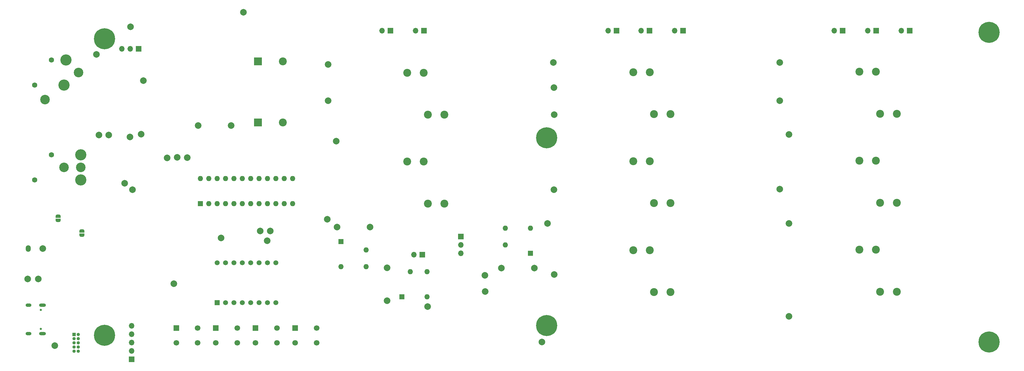
<source format=gbs>
G04 #@! TF.GenerationSoftware,KiCad,Pcbnew,7.0.0*
G04 #@! TF.CreationDate,2023-02-17T23:53:31+01:00*
G04 #@! TF.ProjectId,ELController,454c436f-6e74-4726-9f6c-6c65722e6b69,rev?*
G04 #@! TF.SameCoordinates,Original*
G04 #@! TF.FileFunction,Soldermask,Bot*
G04 #@! TF.FilePolarity,Negative*
%FSLAX46Y46*%
G04 Gerber Fmt 4.6, Leading zero omitted, Abs format (unit mm)*
G04 Created by KiCad (PCBNEW 7.0.0) date 2023-02-17 23:53:31*
%MOMM*%
%LPD*%
G01*
G04 APERTURE LIST*
G04 Aperture macros list*
%AMFreePoly0*
4,1,19,0.500000,-0.750000,0.000000,-0.750000,0.000000,-0.744911,-0.071157,-0.744911,-0.207708,-0.704816,-0.327430,-0.627875,-0.420627,-0.520320,-0.479746,-0.390866,-0.500000,-0.250000,-0.500000,0.250000,-0.479746,0.390866,-0.420627,0.520320,-0.327430,0.627875,-0.207708,0.704816,-0.071157,0.744911,0.000000,0.744911,0.000000,0.750000,0.500000,0.750000,0.500000,-0.750000,0.500000,-0.750000,
$1*%
%AMFreePoly1*
4,1,19,0.000000,0.744911,0.071157,0.744911,0.207708,0.704816,0.327430,0.627875,0.420627,0.520320,0.479746,0.390866,0.500000,0.250000,0.500000,-0.250000,0.479746,-0.390866,0.420627,-0.520320,0.327430,-0.627875,0.207708,-0.704816,0.071157,-0.744911,0.000000,-0.744911,0.000000,-0.750000,-0.500000,-0.750000,-0.500000,0.750000,0.000000,0.750000,0.000000,0.744911,0.000000,0.744911,
$1*%
G04 Aperture macros list end*
%ADD10C,2.400000*%
%ADD11R,2.400000X2.400000*%
%ADD12R,1.700000X1.700000*%
%ADD13O,1.700000X1.700000*%
%ADD14C,2.000000*%
%ADD15R,1.600000X1.600000*%
%ADD16O,1.600000X1.600000*%
%ADD17C,1.700000*%
%ADD18C,0.800000*%
%ADD19C,6.400000*%
%ADD20R,1.000000X1.000000*%
%ADD21O,1.000000X1.000000*%
%ADD22O,1.500000X2.000000*%
%ADD23C,1.600000*%
%ADD24C,3.400000*%
%ADD25C,2.900000*%
%ADD26R,1.500000X1.500000*%
%ADD27C,1.500000*%
%ADD28C,0.650000*%
%ADD29O,2.100000X1.000000*%
%ADD30O,1.800000X1.000000*%
%ADD31FreePoly0,90.000000*%
%ADD32FreePoly1,90.000000*%
%ADD33FreePoly0,270.000000*%
%ADD34FreePoly1,270.000000*%
G04 APERTURE END LIST*
D10*
X91022220Y-47400000D03*
D11*
X83522219Y-47399999D03*
X83522219Y-28799999D03*
D10*
X91022220Y-28800000D03*
X272020000Y-71740000D03*
X277020000Y-71740000D03*
D12*
X212274999Y-19499999D03*
D13*
X209734999Y-19499999D03*
D14*
X43095000Y-65845000D03*
X104750000Y-40750000D03*
X173000000Y-29200000D03*
X65400000Y-48300000D03*
X75400000Y-48300000D03*
D15*
X127124999Y-100274999D03*
D16*
X134744999Y-100274999D03*
X134744999Y-92654999D03*
X129664999Y-92654999D03*
D10*
X272020000Y-98740000D03*
X277020000Y-98740000D03*
X265750000Y-86000000D03*
X270750000Y-86000000D03*
X265750000Y-32000000D03*
X270750000Y-32000000D03*
D14*
X35300000Y-51200000D03*
D15*
X66049999Y-71999999D03*
D16*
X68589999Y-71999999D03*
X71129999Y-71999999D03*
X73669999Y-71999999D03*
X76209999Y-71999999D03*
X78749999Y-71999999D03*
X81289999Y-71999999D03*
X83829999Y-71999999D03*
X86369999Y-71999999D03*
X88909999Y-71999999D03*
X91449999Y-71999999D03*
X93989999Y-71999999D03*
X93989999Y-64379999D03*
X91449999Y-64379999D03*
X88909999Y-64379999D03*
X86369999Y-64379999D03*
X83829999Y-64379999D03*
X81289999Y-64379999D03*
X78749999Y-64379999D03*
X76209999Y-64379999D03*
X73669999Y-64379999D03*
X71129999Y-64379999D03*
X68589999Y-64379999D03*
X66049999Y-64379999D03*
D12*
X82749999Y-109749999D03*
D17*
X89250000Y-109750000D03*
X82750000Y-114250000D03*
X89250000Y-114250000D03*
D14*
X34550000Y-26700000D03*
X241600000Y-67600000D03*
X152250000Y-93750000D03*
D12*
X280984999Y-19499999D03*
D13*
X278444999Y-19499999D03*
D14*
X107250000Y-53000000D03*
D12*
X94749999Y-109749999D03*
D17*
X101250000Y-109750000D03*
X94750000Y-114250000D03*
X101250000Y-114250000D03*
D14*
X173200000Y-36750000D03*
X241600000Y-29200000D03*
D12*
X133289999Y-87499999D03*
D13*
X130749999Y-87499999D03*
D10*
X135000000Y-45000000D03*
X140000000Y-45000000D03*
D18*
X168600000Y-52000000D03*
X169302944Y-50302944D03*
X169302944Y-53697056D03*
X171000000Y-49600000D03*
D19*
X171000000Y-52000000D03*
D18*
X171000000Y-54400000D03*
X172697056Y-50302944D03*
X172697056Y-53697056D03*
X173400000Y-52000000D03*
D14*
X117480000Y-79090000D03*
X107480000Y-79090000D03*
X38300000Y-51200000D03*
X173200000Y-67800000D03*
X45500000Y-67800000D03*
D10*
X203509755Y-44870000D03*
X208509755Y-44870000D03*
D14*
X134875000Y-103225000D03*
D20*
X27799999Y-111749999D03*
D21*
X29069999Y-111749999D03*
X27799999Y-113019999D03*
X29069999Y-113019999D03*
X27799999Y-114289999D03*
X29069999Y-114289999D03*
X27799999Y-115559999D03*
X29069999Y-115559999D03*
X27799999Y-116829999D03*
X29069999Y-116829999D03*
D14*
X44700000Y-51800000D03*
X72300000Y-82400000D03*
D10*
X135000000Y-72000000D03*
X140000000Y-72000000D03*
D14*
X244400000Y-51000000D03*
X48800000Y-34700000D03*
D18*
X302600000Y-20000000D03*
X303302944Y-18302944D03*
X303302944Y-21697056D03*
X305000000Y-17600000D03*
D19*
X305000000Y-20000000D03*
D18*
X305000000Y-22400000D03*
X306697056Y-18302944D03*
X306697056Y-21697056D03*
X307400000Y-20000000D03*
D10*
X265750000Y-59000000D03*
X270750000Y-59000000D03*
D12*
X70749999Y-109749999D03*
D17*
X77250000Y-109750000D03*
X70750000Y-114250000D03*
X77250000Y-114250000D03*
D14*
X87200000Y-80300000D03*
D22*
X13899999Y-85655488D03*
D14*
X18300000Y-85655489D03*
X44900000Y-18300000D03*
X173250000Y-93500000D03*
X104500000Y-76750000D03*
D10*
X203510000Y-98870000D03*
X208510000Y-98870000D03*
D14*
X171250000Y-78000000D03*
D12*
X192154999Y-19499999D03*
D13*
X189614999Y-19499999D03*
D15*
X108669999Y-83539999D03*
D16*
X108669999Y-91159999D03*
X116289999Y-91159999D03*
X116289999Y-86079999D03*
D14*
X122600000Y-91465000D03*
X122600000Y-101465000D03*
D10*
X197239755Y-32130000D03*
X202239755Y-32130000D03*
D12*
X144999999Y-81974999D03*
D13*
X144999999Y-84514999D03*
X144999999Y-87054999D03*
D14*
X157240000Y-91550000D03*
X167240000Y-91550000D03*
D12*
X270824999Y-19499999D03*
D13*
X268284999Y-19499999D03*
D12*
X123644999Y-19499999D03*
D13*
X121104999Y-19499999D03*
D14*
X241600000Y-40800000D03*
D23*
X20910000Y-28380000D03*
X15830000Y-36000000D03*
D24*
X24720000Y-36000000D03*
X25355000Y-28380000D03*
D25*
X29170000Y-32190000D03*
X19000000Y-40440000D03*
D10*
X203509755Y-71870000D03*
X208509755Y-71870000D03*
D14*
X244400000Y-78000000D03*
D18*
X168600000Y-109000000D03*
X169302944Y-107302944D03*
X169302944Y-110697056D03*
X171000000Y-106600000D03*
D19*
X171000000Y-109000000D03*
D18*
X171000000Y-111400000D03*
X172697056Y-107302944D03*
X172697056Y-110697056D03*
X173400000Y-109000000D03*
D10*
X272020000Y-44740000D03*
X277020000Y-44740000D03*
D12*
X47349999Y-24999999D03*
D13*
X44809999Y-24999999D03*
X42269999Y-24999999D03*
D12*
X260664999Y-19499999D03*
D13*
X258124999Y-19499999D03*
D26*
X71109999Y-102074999D03*
D27*
X73650000Y-102075000D03*
X76190000Y-102075000D03*
X78730000Y-102075000D03*
X81270000Y-102075000D03*
X83810000Y-102075000D03*
X86350000Y-102075000D03*
X88890000Y-102075000D03*
X88890000Y-89925000D03*
X86350000Y-89925000D03*
X83810000Y-89925000D03*
X81270000Y-89925000D03*
X78730000Y-89925000D03*
X76190000Y-89925000D03*
X73650000Y-89925000D03*
X71110000Y-89925000D03*
D14*
X79100000Y-13900000D03*
D18*
X302600000Y-114000000D03*
X303302944Y-112302944D03*
X303302944Y-115697056D03*
X305000000Y-111600000D03*
D19*
X305000000Y-114000000D03*
D18*
X305000000Y-116400000D03*
X306697056Y-112302944D03*
X306697056Y-115697056D03*
X307400000Y-114000000D03*
D12*
X133804999Y-19499999D03*
D13*
X131264999Y-19499999D03*
D14*
X152345000Y-98690000D03*
X244400000Y-106200000D03*
D18*
X34600000Y-112000000D03*
X35302944Y-110302944D03*
X35302944Y-113697056D03*
X37000000Y-109600000D03*
D19*
X37000000Y-112000000D03*
D18*
X37000000Y-114400000D03*
X38697056Y-110302944D03*
X38697056Y-113697056D03*
X39400000Y-112000000D03*
D15*
X166049999Y-87049999D03*
D16*
X166049999Y-79429999D03*
X158429999Y-79429999D03*
X158429999Y-84509999D03*
D14*
X173250000Y-45000000D03*
D12*
X202114999Y-19499999D03*
D13*
X199574999Y-19499999D03*
D10*
X197239755Y-59130000D03*
X202239755Y-59130000D03*
D12*
X45199999Y-119274999D03*
D13*
X45199999Y-116734999D03*
X45199999Y-114194999D03*
X45199999Y-111654999D03*
X45199999Y-109114999D03*
D14*
X62100000Y-58000000D03*
X17000000Y-94905489D03*
D10*
X128730000Y-32260000D03*
X133730000Y-32260000D03*
D12*
X58749999Y-109749999D03*
D17*
X65250000Y-109750000D03*
X58750000Y-114250000D03*
X65250000Y-114250000D03*
D28*
X17700000Y-104265489D03*
X17700000Y-110045489D03*
D29*
X18199999Y-102835488D03*
D30*
X14019999Y-102835488D03*
D29*
X18199999Y-111475488D03*
D30*
X14019999Y-111475488D03*
D14*
X48100000Y-50900000D03*
D10*
X128730000Y-59260000D03*
X133730000Y-59260000D03*
D14*
X22000000Y-115100000D03*
X56000000Y-58100000D03*
D10*
X197240000Y-86130000D03*
X202240000Y-86130000D03*
D14*
X86300000Y-83300000D03*
D23*
X20910000Y-57155489D03*
X15830000Y-64775489D03*
D24*
X29800000Y-57155489D03*
X29800000Y-64775489D03*
D25*
X29800000Y-60965489D03*
X24720000Y-60965489D03*
D14*
X169500000Y-114000000D03*
X104750000Y-29750000D03*
X84150000Y-80300000D03*
X13750000Y-94905489D03*
X59000000Y-57990000D03*
D18*
X34600000Y-22000000D03*
X35302944Y-20302944D03*
X35302944Y-23697056D03*
X37000000Y-19600000D03*
D19*
X37000000Y-22000000D03*
D18*
X37000000Y-24400000D03*
X38697056Y-20302944D03*
X38697056Y-23697056D03*
X39400000Y-22000000D03*
D14*
X58000000Y-96300000D03*
D31*
X30200000Y-81600000D03*
D32*
X30200000Y-80300000D03*
D33*
X23000000Y-75800000D03*
D34*
X23000000Y-77100000D03*
M02*

</source>
